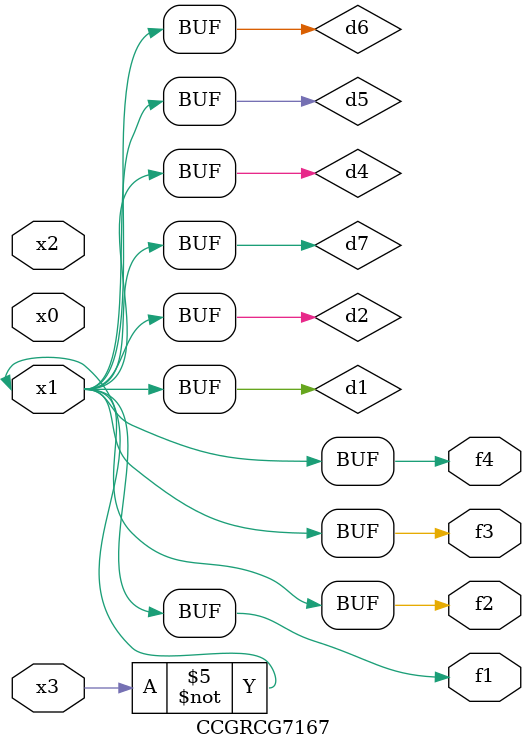
<source format=v>
module CCGRCG7167(
	input x0, x1, x2, x3,
	output f1, f2, f3, f4
);

	wire d1, d2, d3, d4, d5, d6, d7;

	not (d1, x3);
	buf (d2, x1);
	xnor (d3, d1, d2);
	nor (d4, d1);
	buf (d5, d1, d2);
	buf (d6, d4, d5);
	nand (d7, d4);
	assign f1 = d6;
	assign f2 = d7;
	assign f3 = d6;
	assign f4 = d6;
endmodule

</source>
